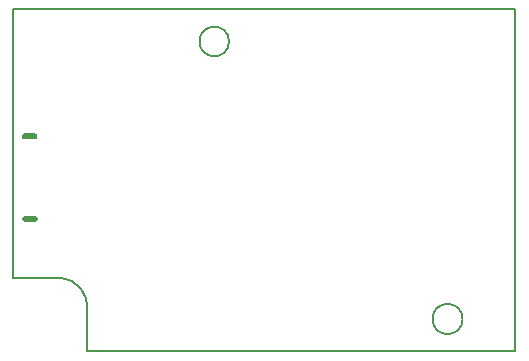
<source format=gm1>
G04 #@! TF.FileFunction,Profile,NP*
%FSLAX46Y46*%
G04 Gerber Fmt 4.6, Leading zero omitted, Abs format (unit mm)*
G04 Created by KiCad (PCBNEW (2016-01-28 BZR 6518)-product) date Saturday, May 07, 2016 'PMt' 06:41:03 PM*
%MOMM*%
G01*
G04 APERTURE LIST*
%ADD10C,0.100000*%
%ADD11C,0.500000*%
%ADD12C,0.150000*%
G04 APERTURE END LIST*
D10*
D11*
X100975000Y-67750000D02*
X101800000Y-67750000D01*
D12*
X101775000Y-60575000D02*
X101775000Y-60550000D01*
D11*
X100950000Y-60750000D02*
X101775000Y-60750000D01*
D12*
X101875000Y-60775000D02*
X101875000Y-60700000D01*
X100800000Y-60900000D02*
X100800000Y-60700000D01*
X101900000Y-60600000D02*
X101900000Y-60900000D01*
X142500000Y-79000000D02*
X106250000Y-79000000D01*
X100000000Y-50000000D02*
X142250000Y-50000000D01*
X142500000Y-50000000D02*
X100000000Y-50000000D01*
X142500000Y-50500000D02*
X142500000Y-50000000D01*
X138024755Y-76250000D02*
G75*
G03X138024755Y-76250000I-1274755J0D01*
G01*
X118250000Y-52750000D02*
G75*
G03X118250000Y-52750000I-1250000J0D01*
G01*
X100000000Y-72750000D02*
X100250000Y-72750000D01*
X100000000Y-50000000D02*
X100000000Y-72750000D01*
X106250000Y-75500000D02*
X106250000Y-79000000D01*
X100000000Y-72750000D02*
X102750000Y-72750000D01*
X104000000Y-72750000D02*
X100000000Y-72750000D01*
X106250000Y-75500000D02*
G75*
G03X104000000Y-72750000I-2500000J250000D01*
G01*
X100000000Y-50500000D02*
X100000000Y-50000000D01*
X142500000Y-79000000D02*
X142500000Y-50500000D01*
M02*

</source>
